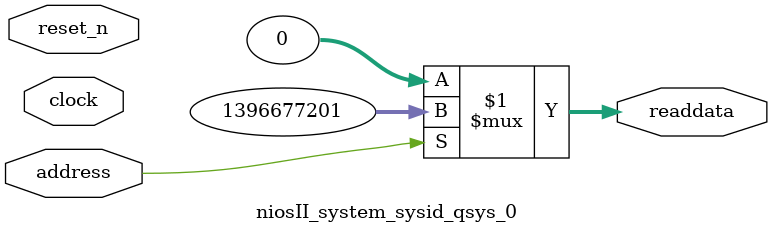
<source format=v>

`timescale 1ns / 1ps
// synthesis translate_on

// turn off superfluous verilog processor warnings 
// altera message_level Level1 
// altera message_off 10034 10035 10036 10037 10230 10240 10030 

module niosII_system_sysid_qsys_0 (
               // inputs:
                address,
                clock,
                reset_n,

               // outputs:
                readdata
             )
;

  output  [ 31: 0] readdata;
  input            address;
  input            clock;
  input            reset_n;

  wire    [ 31: 0] readdata;
  //control_slave, which is an e_avalon_slave
  assign readdata = address ? 1396677201 : 0;

endmodule




</source>
